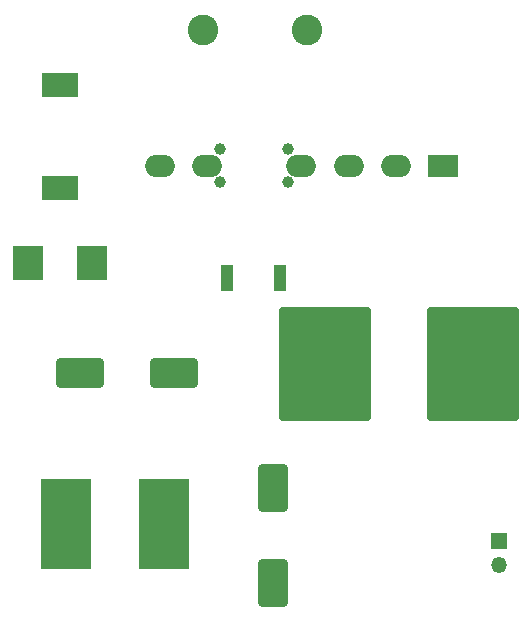
<source format=gts>
%TF.GenerationSoftware,KiCad,Pcbnew,6.0.9-8da3e8f707~117~ubuntu20.04.1*%
%TF.CreationDate,2022-12-20T10:53:49+01:00*%
%TF.ProjectId,220AC-mini-C3-board,32323041-432d-46d6-996e-692d43332d62,rev?*%
%TF.SameCoordinates,Original*%
%TF.FileFunction,Soldermask,Top*%
%TF.FilePolarity,Negative*%
%FSLAX46Y46*%
G04 Gerber Fmt 4.6, Leading zero omitted, Abs format (unit mm)*
G04 Created by KiCad (PCBNEW 6.0.9-8da3e8f707~117~ubuntu20.04.1) date 2022-12-20 10:53:49*
%MOMM*%
%LPD*%
G01*
G04 APERTURE LIST*
G04 Aperture macros list*
%AMRoundRect*
0 Rectangle with rounded corners*
0 $1 Rounding radius*
0 $2 $3 $4 $5 $6 $7 $8 $9 X,Y pos of 4 corners*
0 Add a 4 corners polygon primitive as box body*
4,1,4,$2,$3,$4,$5,$6,$7,$8,$9,$2,$3,0*
0 Add four circle primitives for the rounded corners*
1,1,$1+$1,$2,$3*
1,1,$1+$1,$4,$5*
1,1,$1+$1,$6,$7*
1,1,$1+$1,$8,$9*
0 Add four rect primitives between the rounded corners*
20,1,$1+$1,$2,$3,$4,$5,0*
20,1,$1+$1,$4,$5,$6,$7,0*
20,1,$1+$1,$6,$7,$8,$9,0*
20,1,$1+$1,$8,$9,$2,$3,0*%
G04 Aperture macros list end*
%ADD10R,2.603500X2.895600*%
%ADD11C,2.600000*%
%ADD12RoundRect,0.249998X3.650002X4.550002X-3.650002X4.550002X-3.650002X-4.550002X3.650002X-4.550002X0*%
%ADD13R,1.117600X2.311400*%
%ADD14O,2.514600X1.905000*%
%ADD15R,2.514600X1.905000*%
%ADD16C,0.990600*%
%ADD17R,1.350000X1.350000*%
%ADD18O,1.350000X1.350000*%
%ADD19R,3.124200X2.057400*%
%ADD20RoundRect,0.250000X-1.750000X-1.000000X1.750000X-1.000000X1.750000X1.000000X-1.750000X1.000000X0*%
%ADD21RoundRect,0.250000X1.000000X-1.750000X1.000000X1.750000X-1.000000X1.750000X-1.000000X-1.750000X0*%
%ADD22R,4.305300X7.594600*%
G04 APERTURE END LIST*
D10*
%TO.C,R1*%
X121748750Y-79800000D03*
X116351250Y-79800000D03*
%TD*%
D11*
%TO.C,J1*%
X131150000Y-60050000D03*
%TD*%
D12*
%TO.C,C1*%
X154007500Y-88350000D03*
X141507500Y-88350000D03*
%TD*%
D13*
%TO.C,CY1*%
X133202100Y-81100000D03*
X137697900Y-81100000D03*
%TD*%
D14*
%TO.C,U1*%
X127500002Y-71550000D03*
X131500001Y-71550000D03*
X139500000Y-71550000D03*
X143500000Y-71550000D03*
X147500000Y-71550000D03*
D15*
X151499999Y-71550000D03*
D16*
X138400000Y-72921600D03*
X138400000Y-70178400D03*
X132600000Y-70178400D03*
X132600000Y-72921600D03*
%TD*%
D17*
%TO.C,J3*%
X156200000Y-103350000D03*
D18*
X156200000Y-105350000D03*
%TD*%
D19*
%TO.C,F1*%
X119050000Y-64731200D03*
X119050000Y-73468800D03*
%TD*%
D11*
%TO.C,J2*%
X139950000Y-60050000D03*
%TD*%
D20*
%TO.C,C2*%
X120750000Y-89100000D03*
X128750000Y-89100000D03*
%TD*%
D21*
%TO.C,C3*%
X137100000Y-106850000D03*
X137100000Y-98850000D03*
%TD*%
D22*
%TO.C,L1*%
X119553450Y-101850000D03*
X127846550Y-101850000D03*
%TD*%
M02*

</source>
